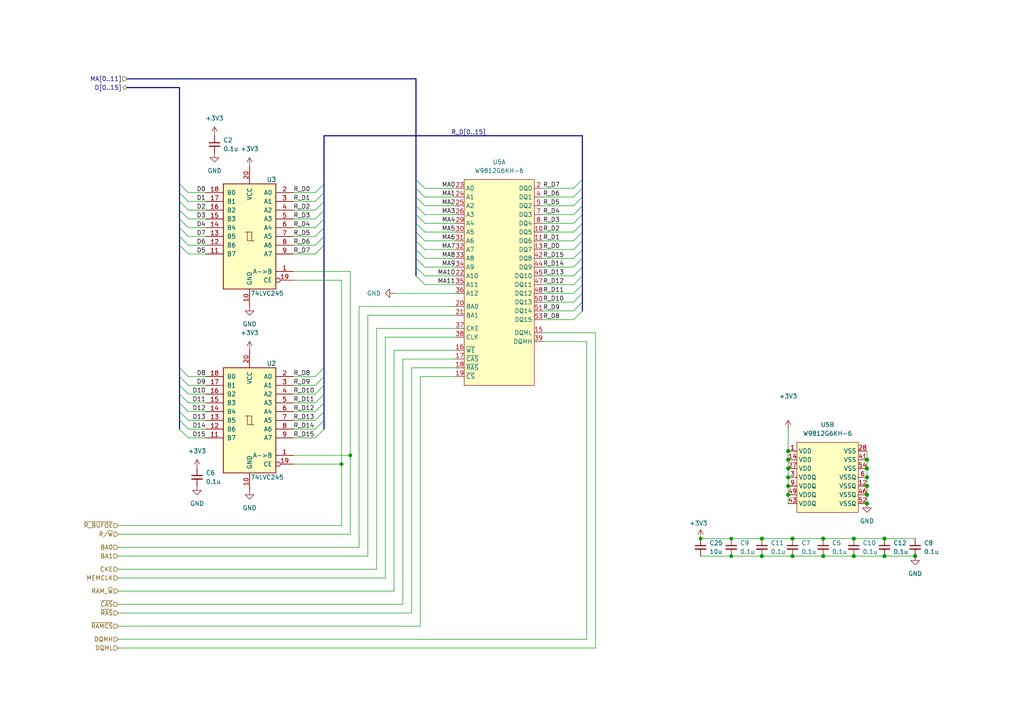
<source format=kicad_sch>
(kicad_sch (version 20231120) (generator "eeschema") (generator_version "8.0")
  (paper "A4")
  (lib_symbols
    (symbol "74xx:74HC245" (pin_names (offset 1.016))
      (property "Reference" "U" (at -7.62 16.51 0))
      (property "Value" "74HC245" (at -7.62 -16.51 0))
      (symbol "74HC245_1_0"
        (polyline (pts (xy -0.635 -1.27) (xy -0.635 1.27) (xy 0.635 1.27)))
        (polyline (pts (xy -1.27 -1.27) (xy 0.635 -1.27) (xy 0.635 1.27) (xy 1.27 1.27)))
        (pin input line (at -12.7 -10.16 0) (length 5.08) (name "A->B") (number "1"))
        (pin power_in line (at 0 -20.32 90) (length 5.08) (name "GND") (number "10"))
        (pin tri_state line (at 12.7 -5.08 180) (length 5.08) (name "B7") (number "11"))
        (pin tri_state line (at 12.7 -2.54 180) (length 5.08) (name "B6") (number "12"))
        (pin tri_state line (at 12.7 0 180) (length 5.08) (name "B5") (number "13"))
        (pin tri_state line (at 12.7 2.54 180) (length 5.08) (name "B4") (number "14"))
        (pin tri_state line (at 12.7 5.08 180) (length 5.08) (name "B3") (number "15"))
        (pin tri_state line (at 12.7 7.62 180) (length 5.08) (name "B2") (number "16"))
        (pin tri_state line (at 12.7 10.16 180) (length 5.08) (name "B1") (number "17"))
        (pin tri_state line (at 12.7 12.7 180) (length 5.08) (name "B0") (number "18"))
        (pin input inverted (at -12.7 -12.7 0) (length 5.08) (name "CE") (number "19"))
        (pin tri_state line (at -12.7 12.7 0) (length 5.08) (name "A0") (number "2"))
        (pin power_in line (at 0 20.32 270) (length 5.08) (name "VCC") (number "20"))
        (pin tri_state line (at -12.7 10.16 0) (length 5.08) (name "A1") (number "3"))
        (pin tri_state line (at -12.7 7.62 0) (length 5.08) (name "A2") (number "4"))
        (pin tri_state line (at -12.7 5.08 0) (length 5.08) (name "A3") (number "5"))
        (pin tri_state line (at -12.7 2.54 0) (length 5.08) (name "A4") (number "6"))
        (pin tri_state line (at -12.7 0 0) (length 5.08) (name "A5") (number "7"))
        (pin tri_state line (at -12.7 -2.54 0) (length 5.08) (name "A6") (number "8"))
        (pin tri_state line (at -12.7 -5.08 0) (length 5.08) (name "A7") (number "9"))
      )
      (symbol "74HC245_1_1"
        (rectangle (start -7.62 15.24) (end 7.62 -15.24) (stroke (width 0.254)) (fill (type background)))
      )
    )
    (symbol "Device:C_Small" (pin_numbers hide) (pin_names (offset 0.254) hide)
      (property "Reference" "C" (at 0.254 1.778 0))
      (property "Value" "C_Small" (at 0.254 -2.032 0))
      (symbol "C_Small_0_1"
        (polyline (pts (xy -1.524 -0.508) (xy 1.524 -0.508)) (stroke (width 0.3302)))
        (polyline (pts (xy -1.524 0.508) (xy 1.524 0.508)) (stroke (width 0.3048)))
      )
      (symbol "C_Small_1_1"
        (pin passive line (at 0 2.54 270) (length 2.032) (name "~") (number "1"))
        (pin passive line (at 0 -2.54 90) (length 2.032) (name "~") (number "2"))
      )
    )
    (symbol "MT48LC8M16A2P:MT48LC8M16A2P"
      (property "Reference" "U" (at -10.16 31.75 0))
      (property "Value" "MT48LC8M16A2P" (at 0 0 90))
      (symbol "MT48LC8M16A2P_1_1"
        (rectangle (start -10.16 30.48) (end 10.16 -29.21) (stroke (width 0.1524)) (fill (type background)))
        (pin bidirectional line (at 12.7 15.24 180) (length 2.54) (name "DQ5") (number "10"))
        (pin bidirectional line (at 12.7 12.7 180) (length 2.54) (name "DQ6") (number "11"))
        (pin bidirectional line (at 12.7 10.16 180) (length 2.54) (name "DQ7") (number "13"))
        (pin input line (at 12.7 -13.97 180) (length 2.54) (name "DQML") (number "15"))
        (pin input line (at -12.7 -19.05 0) (length 2.54) (name "~{WE}") (number "16"))
        (pin input line (at -12.7 -21.59 0) (length 2.54) (name "~{CAS}") (number "17"))
        (pin input line (at -12.7 -24.13 0) (length 2.54) (name "~{RAS}") (number "18"))
        (pin input line (at -12.7 -26.67 0) (length 2.54) (name "~{CS}") (number "19"))
        (pin bidirectional line (at 12.7 27.94 180) (length 2.54) (name "DQ0") (number "2"))
        (pin input line (at -12.7 -6.35 0) (length 2.54) (name "BA0") (number "20"))
        (pin input line (at -12.7 -8.89 0) (length 2.54) (name "BA1") (number "21"))
        (pin input line (at -12.7 2.54 0) (length 2.54) (name "A10") (number "22"))
        (pin input line (at -12.7 27.94 0) (length 2.54) (name "A0") (number "23"))
        (pin input line (at -12.7 25.4 0) (length 2.54) (name "A1") (number "24"))
        (pin input line (at -12.7 22.86 0) (length 2.54) (name "A2") (number "25"))
        (pin input line (at -12.7 20.32 0) (length 2.54) (name "A3") (number "26"))
        (pin input line (at -12.7 17.78 0) (length 2.54) (name "A4") (number "29"))
        (pin input line (at -12.7 15.24 0) (length 2.54) (name "A5") (number "30"))
        (pin input line (at -12.7 12.7 0) (length 2.54) (name "A6") (number "31"))
        (pin input line (at -12.7 10.16 0) (length 2.54) (name "A7") (number "32"))
        (pin input line (at -12.7 7.62 0) (length 2.54) (name "A8") (number "33"))
        (pin input line (at -12.7 5.08 0) (length 2.54) (name "A9") (number "34"))
        (pin input line (at -12.7 0 0) (length 2.54) (name "A11") (number "35"))
        (pin input line (at -12.7 -2.54 0) (length 2.54) (name "A12") (number "36"))
        (pin input line (at -12.7 -12.7 0) (length 2.54) (name "CKE") (number "37"))
        (pin input line (at -12.7 -15.24 0) (length 2.54) (name "CLK") (number "38"))
        (pin input line (at 12.7 -16.51 180) (length 2.54) (name "DQMH") (number "39"))
        (pin bidirectional line (at 12.7 25.4 180) (length 2.54) (name "DQ1") (number "4"))
        (pin no_connect line (at 12.7 -26.67 180) (length 2.54) hide (name "NC") (number "40"))
        (pin bidirectional line (at 12.7 7.62 180) (length 2.54) (name "DQ8") (number "42"))
        (pin bidirectional line (at 12.7 5.08 180) (length 2.54) (name "DQ9") (number "44"))
        (pin bidirectional line (at 12.7 2.54 180) (length 2.54) (name "DQ10") (number "45"))
        (pin bidirectional line (at 12.7 0 180) (length 2.54) (name "DQ11") (number "47"))
        (pin bidirectional line (at 12.7 -2.54 180) (length 2.54) (name "DQ12") (number "48"))
        (pin bidirectional line (at 12.7 22.86 180) (length 2.54) (name "DQ2") (number "5"))
        (pin bidirectional line (at 12.7 -5.08 180) (length 2.54) (name "DQ13") (number "50"))
        (pin bidirectional line (at 12.7 -7.62 180) (length 2.54) (name "DQ14") (number "51"))
        (pin bidirectional line (at 12.7 -10.16 180) (length 2.54) (name "DQ15") (number "53"))
        (pin bidirectional line (at 12.7 20.32 180) (length 2.54) (name "DQ3") (number "7"))
        (pin bidirectional line (at 12.7 17.78 180) (length 2.54) (name "DQ4") (number "8"))
      )
      (symbol "MT48LC8M16A2P_2_1"
        (rectangle (start -8.89 10.16) (end 8.89 -10.16) (stroke (width 0.1524)) (fill (type background)))
        (pin power_in line (at -11.43 7.62 0) (length 2.54) (name "VDD") (number "1"))
        (pin power_in line (at 11.43 -2.54 180) (length 2.54) (name "VSSQ") (number "12"))
        (pin power_in line (at -11.43 5.08 0) (length 2.54) (name "VDD") (number "14"))
        (pin power_in line (at -11.43 2.54 0) (length 2.54) (name "VDD") (number "27"))
        (pin power_in line (at 11.43 7.62 180) (length 2.54) (name "VSS") (number "28"))
        (pin power_in line (at -11.43 0 0) (length 2.54) (name "VDDQ") (number "3"))
        (pin power_in line (at 11.43 5.08 180) (length 2.54) (name "VSS") (number "41"))
        (pin power_in line (at -11.43 -7.62 0) (length 2.54) (name "VDDQ") (number "43"))
        (pin power_in line (at 11.43 -5.08 180) (length 2.54) (name "VSSQ") (number "46"))
        (pin power_in line (at -11.43 -5.08 0) (length 2.54) (name "VDDQ") (number "49"))
        (pin power_in line (at 11.43 -7.62 180) (length 2.54) (name "VSSQ") (number "52"))
        (pin power_in line (at 11.43 2.54 180) (length 2.54) (name "VSS") (number "54"))
        (pin power_in line (at 11.43 0 180) (length 2.54) (name "VSSQ") (number "6"))
        (pin power_in line (at -11.43 -2.54 0) (length 2.54) (name "VDDQ") (number "9"))
      )
    )
    (symbol "power:+3.3V" (power) (pin_names (offset 0))
      (property "Value" "+3.3V" (at 0 3.556 0))
      (symbol "+3.3V_0_1"
        (polyline (pts (xy -0.762 1.27) (xy 0 2.54)))
        (polyline (pts (xy 0 0) (xy 0 2.54)))
        (polyline (pts (xy 0 2.54) (xy 0.762 1.27)))
      )
      (symbol "+3.3V_1_1"
        (pin power_in line (at 0 0 90) (length 0) hide (name "+3V3") (number "1"))
      )
    )
    (symbol "power:GND" (power) (pin_names (offset 0))
      (property "Value" "GND" (at 0 -3.81 0))
      (symbol "GND_0_1"
        (polyline (pts (xy 0 0) (xy 0 -1.27) (xy 1.27 -1.27) (xy 0 -2.54) (xy -1.27 -1.27) (xy 0 -1.27)))
      )
      (symbol "GND_1_1"
        (pin power_in line (at 0 0 270) (length 0) hide (name "GND") (number "1"))
      )
    )
  )
  (junction (at 228.6 140.97) (diameter 1.016))
  (junction (at 220.98 161.29) (diameter 1.016))
  (junction (at 228.6 130.81) (diameter 1.016))
  (junction (at 228.6 133.35) (diameter 1.016))
  (junction (at 238.76 156.21) (diameter 1.016))
  (junction (at 220.98 156.21) (diameter 1.016))
  (junction (at 228.6 135.89) (diameter 1.016))
  (junction (at 251.46 135.89) (diameter 1.016))
  (junction (at 101.6 132.08))
  (junction (at 229.87 156.21) (diameter 1.016))
  (junction (at 99.06 134.62))
  (junction (at 238.76 161.29) (diameter 1.016))
  (junction (at 251.46 143.51) (diameter 1.016))
  (junction (at 247.65 161.29) (diameter 1.016))
  (junction (at 228.6 143.51) (diameter 1.016))
  (junction (at 212.09 156.21))
  (junction (at 212.09 161.29))
  (junction (at 251.46 133.35) (diameter 1.016))
  (junction (at 251.46 138.43) (diameter 1.016))
  (junction (at 203.2 156.21))
  (junction (at 251.46 146.05) (diameter 1.016))
  (junction (at 228.6 138.43) (diameter 1.016))
  (junction (at 229.87 161.29) (diameter 1.016))
  (junction (at 256.54 161.29) (diameter 1.016))
  (junction (at 265.43 161.29) (diameter 1.016))
  (junction (at 251.46 140.97) (diameter 1.016))
  (junction (at 247.65 156.21) (diameter 1.016))
  (junction (at 256.54 156.21) (diameter 1.016))
  (bus_entry (at 52.07 119.38) (size 2.54 2.54))
  (bus_entry (at 93.98 106.68) (size -2.54 2.54))
  (bus_entry (at 168.91 69.85) (size -2.54 2.54))
  (bus_entry (at 52.07 111.76) (size 2.54 2.54))
  (bus_entry (at 168.91 80.01) (size -2.54 2.54))
  (bus_entry (at 52.07 71.12) (size 2.54 2.54))
  (bus_entry (at 168.91 87.63) (size -2.54 2.54))
  (bus_entry (at 120.65 64.77) (size 2.54 2.54))
  (bus_entry (at 168.91 72.39) (size -2.54 2.54))
  (bus_entry (at 52.07 121.92) (size 2.54 2.54))
  (bus_entry (at 168.91 57.15) (size -2.54 2.54))
  (bus_entry (at 168.91 52.07) (size -2.54 2.54))
  (bus_entry (at 93.98 119.38) (size -2.54 2.54))
  (bus_entry (at 120.65 77.47) (size 2.54 2.54))
  (bus_entry (at 120.65 74.93) (size 2.54 2.54))
  (bus_entry (at 168.91 90.17) (size -2.54 2.54))
  (bus_entry (at 93.98 124.46) (size -2.54 2.54))
  (bus_entry (at 93.98 66.04) (size -2.54 2.54))
  (bus_entry (at 93.98 71.12) (size -2.54 2.54))
  (bus_entry (at 120.65 69.85) (size 2.54 2.54))
  (bus_entry (at 52.07 66.04) (size 2.54 2.54))
  (bus_entry (at 168.91 82.55) (size -2.54 2.54))
  (bus_entry (at 120.65 57.15) (size 2.54 2.54))
  (bus_entry (at 93.98 121.92) (size -2.54 2.54))
  (bus_entry (at 93.98 55.88) (size -2.54 2.54))
  (bus_entry (at 120.65 67.31) (size 2.54 2.54))
  (bus_entry (at 168.91 64.77) (size -2.54 2.54))
  (bus_entry (at 120.65 62.23) (size 2.54 2.54))
  (bus_entry (at 52.07 63.5) (size 2.54 2.54))
  (bus_entry (at 120.65 59.69) (size 2.54 2.54))
  (bus_entry (at 93.98 109.22) (size -2.54 2.54))
  (bus_entry (at 168.91 62.23) (size -2.54 2.54))
  (bus_entry (at 120.65 80.01) (size 2.54 2.54))
  (bus_entry (at 93.98 63.5) (size -2.54 2.54))
  (bus_entry (at 52.07 109.22) (size 2.54 2.54))
  (bus_entry (at 52.07 55.88) (size 2.54 2.54))
  (bus_entry (at 52.07 114.3) (size 2.54 2.54))
  (bus_entry (at 93.98 114.3) (size -2.54 2.54))
  (bus_entry (at 93.98 58.42) (size -2.54 2.54))
  (bus_entry (at 52.07 53.34) (size 2.54 2.54))
  (bus_entry (at 52.07 106.68) (size 2.54 2.54))
  (bus_entry (at 168.91 74.93) (size -2.54 2.54))
  (bus_entry (at 168.91 54.61) (size -2.54 2.54))
  (bus_entry (at 120.65 72.39) (size 2.54 2.54))
  (bus_entry (at 168.91 67.31) (size -2.54 2.54))
  (bus_entry (at 168.91 85.09) (size -2.54 2.54))
  (bus_entry (at 168.91 59.69) (size -2.54 2.54))
  (bus_entry (at 52.07 58.42) (size 2.54 2.54))
  (bus_entry (at 93.98 116.84) (size -2.54 2.54))
  (bus_entry (at 52.07 116.84) (size 2.54 2.54))
  (bus_entry (at 168.91 77.47) (size -2.54 2.54))
  (bus_entry (at 93.98 53.34) (size -2.54 2.54))
  (bus_entry (at 93.98 60.96) (size -2.54 2.54))
  (bus_entry (at 93.98 68.58) (size -2.54 2.54))
  (bus_entry (at 93.98 111.76) (size -2.54 2.54))
  (bus_entry (at 120.65 54.61) (size 2.54 2.54))
  (bus_entry (at 52.07 60.96) (size 2.54 2.54))
  (bus_entry (at 120.65 52.07) (size 2.54 2.54))
  (bus_entry (at 52.07 124.46) (size 2.54 2.54))
  (bus_entry (at 52.07 68.58) (size 2.54 2.54))
  (bus (pts (xy 168.91 69.85) (xy 168.91 67.31)))
  (wire (pts (xy 228.6 124.46) (xy 228.6 130.81)))
  (wire (pts (xy 85.09 111.76) (xy 91.44 111.76)))
  (bus (pts (xy 93.98 55.88) (xy 93.98 58.42)))
  (wire (pts (xy 121.92 181.61) (xy 121.92 109.22)))
  (wire (pts (xy 157.48 64.77) (xy 166.37 64.77)))
  (wire (pts (xy 132.08 88.9) (xy 104.14 88.9)))
  (bus (pts (xy 168.91 85.09) (xy 168.91 82.55)))
  (wire (pts (xy 157.48 54.61) (xy 166.37 54.61)))
  (wire (pts (xy 114.3 85.09) (xy 132.08 85.09)))
  (bus (pts (xy 120.65 67.31) (xy 120.65 69.85)))
  (wire (pts (xy 85.09 58.42) (xy 91.44 58.42)))
  (wire (pts (xy 203.2 161.29) (xy 212.09 161.29)))
  (bus (pts (xy 52.07 106.68) (xy 52.07 71.12)))
  (bus (pts (xy 168.91 64.77) (xy 168.91 62.23)))
  (wire (pts (xy 229.87 161.29) (xy 238.76 161.29)))
  (bus (pts (xy 52.07 124.46) (xy 52.07 121.92)))
  (bus (pts (xy 168.91 52.07) (xy 168.91 54.61)))
  (wire (pts (xy 34.29 152.4) (xy 99.06 152.4)))
  (wire (pts (xy 251.46 130.81) (xy 251.46 133.35)))
  (wire (pts (xy 54.61 71.12) (xy 59.69 71.12)))
  (wire (pts (xy 116.84 175.26) (xy 116.84 104.14)))
  (wire (pts (xy 157.48 67.31) (xy 166.37 67.31)))
  (wire (pts (xy 101.6 132.08) (xy 101.6 154.94)))
  (bus (pts (xy 93.98 106.68) (xy 93.98 109.22)))
  (wire (pts (xy 228.6 135.89) (xy 228.6 138.43)))
  (wire (pts (xy 228.6 130.81) (xy 228.6 133.35)))
  (wire (pts (xy 157.48 92.71) (xy 166.37 92.71)))
  (bus (pts (xy 93.98 58.42) (xy 93.98 60.96)))
  (wire (pts (xy 247.65 161.29) (xy 256.54 161.29)))
  (wire (pts (xy 228.6 140.97) (xy 228.6 143.51)))
  (bus (pts (xy 168.91 62.23) (xy 168.91 59.69)))
  (wire (pts (xy 157.48 80.01) (xy 166.37 80.01)))
  (wire (pts (xy 251.46 140.97) (xy 251.46 143.51)))
  (bus (pts (xy 120.65 52.07) (xy 120.65 54.61)))
  (wire (pts (xy 85.09 109.22) (xy 91.44 109.22)))
  (bus (pts (xy 168.91 82.55) (xy 168.91 80.01)))
  (wire (pts (xy 132.08 69.85) (xy 123.19 69.85)))
  (wire (pts (xy 85.09 73.66) (xy 91.44 73.66)))
  (wire (pts (xy 99.06 134.62) (xy 85.09 134.62)))
  (bus (pts (xy 52.07 66.04) (xy 52.07 63.5)))
  (wire (pts (xy 54.61 127) (xy 59.69 127)))
  (wire (pts (xy 54.61 121.92) (xy 59.69 121.92)))
  (bus (pts (xy 93.98 121.92) (xy 93.98 124.46)))
  (wire (pts (xy 132.08 101.6) (xy 114.3 101.6)))
  (wire (pts (xy 101.6 78.74) (xy 101.6 132.08)))
  (wire (pts (xy 157.48 72.39) (xy 166.37 72.39)))
  (wire (pts (xy 247.65 156.21) (xy 256.54 156.21)))
  (wire (pts (xy 132.08 91.44) (xy 106.68 91.44)))
  (wire (pts (xy 54.61 68.58) (xy 59.69 68.58)))
  (bus (pts (xy 120.65 64.77) (xy 120.65 67.31)))
  (wire (pts (xy 85.09 71.12) (xy 91.44 71.12)))
  (bus (pts (xy 52.07 121.92) (xy 52.07 119.38)))
  (wire (pts (xy 116.84 104.14) (xy 132.08 104.14)))
  (wire (pts (xy 238.76 161.29) (xy 247.65 161.29)))
  (bus (pts (xy 52.07 68.58) (xy 52.07 66.04)))
  (bus (pts (xy 120.65 62.23) (xy 120.65 64.77)))
  (wire (pts (xy 34.29 175.26) (xy 116.84 175.26)))
  (wire (pts (xy 85.09 68.58) (xy 91.44 68.58)))
  (wire (pts (xy 85.09 60.96) (xy 91.44 60.96)))
  (bus (pts (xy 93.98 119.38) (xy 93.98 121.92)))
  (wire (pts (xy 251.46 138.43) (xy 251.46 140.97)))
  (wire (pts (xy 170.18 185.42) (xy 170.18 99.06)))
  (wire (pts (xy 54.61 66.04) (xy 59.69 66.04)))
  (wire (pts (xy 101.6 154.94) (xy 34.29 154.94)))
  (wire (pts (xy 170.18 99.06) (xy 157.48 99.06)))
  (wire (pts (xy 114.3 101.6) (xy 114.3 171.45)))
  (wire (pts (xy 111.76 97.79) (xy 111.76 167.64)))
  (bus (pts (xy 168.91 57.15) (xy 168.91 54.61)))
  (wire (pts (xy 132.08 64.77) (xy 123.19 64.77)))
  (wire (pts (xy 172.72 96.52) (xy 172.72 187.96)))
  (bus (pts (xy 168.91 77.47) (xy 168.91 74.93)))
  (bus (pts (xy 120.65 69.85) (xy 120.65 72.39)))
  (bus (pts (xy 36.83 22.86) (xy 120.65 22.86)))
  (wire (pts (xy 54.61 73.66) (xy 59.69 73.66)))
  (bus (pts (xy 93.98 39.37) (xy 93.98 53.34)))
  (wire (pts (xy 54.61 111.76) (xy 59.69 111.76)))
  (wire (pts (xy 121.92 109.22) (xy 132.08 109.22)))
  (bus (pts (xy 120.65 74.93) (xy 120.65 77.47)))
  (wire (pts (xy 85.09 121.92) (xy 91.44 121.92)))
  (wire (pts (xy 85.09 66.04) (xy 91.44 66.04)))
  (wire (pts (xy 132.08 57.15) (xy 123.19 57.15)))
  (bus (pts (xy 120.65 77.47) (xy 120.65 80.01)))
  (bus (pts (xy 52.07 111.76) (xy 52.07 109.22)))
  (wire (pts (xy 106.68 161.29) (xy 34.29 161.29)))
  (bus (pts (xy 93.98 53.34) (xy 93.98 55.88)))
  (wire (pts (xy 132.08 54.61) (xy 123.19 54.61)))
  (wire (pts (xy 132.08 80.01) (xy 123.19 80.01)))
  (bus (pts (xy 52.07 63.5) (xy 52.07 60.96)))
  (wire (pts (xy 114.3 171.45) (xy 34.29 171.45)))
  (bus (pts (xy 52.07 58.42) (xy 52.07 55.88)))
  (wire (pts (xy 220.98 161.29) (xy 229.87 161.29)))
  (wire (pts (xy 54.61 58.42) (xy 59.69 58.42)))
  (wire (pts (xy 85.09 119.38) (xy 91.44 119.38)))
  (wire (pts (xy 157.48 57.15) (xy 166.37 57.15)))
  (bus (pts (xy 168.91 80.01) (xy 168.91 77.47)))
  (wire (pts (xy 54.61 116.84) (xy 59.69 116.84)))
  (wire (pts (xy 85.09 124.46) (xy 91.44 124.46)))
  (wire (pts (xy 132.08 82.55) (xy 123.19 82.55)))
  (wire (pts (xy 132.08 62.23) (xy 123.19 62.23)))
  (wire (pts (xy 54.61 109.22) (xy 59.69 109.22)))
  (bus (pts (xy 93.98 66.04) (xy 93.98 68.58)))
  (bus (pts (xy 52.07 114.3) (xy 52.07 111.76)))
  (wire (pts (xy 109.22 95.25) (xy 109.22 165.1)))
  (wire (pts (xy 54.61 114.3) (xy 59.69 114.3)))
  (wire (pts (xy 172.72 96.52) (xy 157.48 96.52)))
  (wire (pts (xy 132.08 97.79) (xy 111.76 97.79)))
  (wire (pts (xy 101.6 132.08) (xy 85.09 132.08)))
  (wire (pts (xy 85.09 78.74) (xy 101.6 78.74)))
  (wire (pts (xy 229.87 156.21) (xy 238.76 156.21)))
  (bus (pts (xy 120.65 57.15) (xy 120.65 59.69)))
  (bus (pts (xy 52.07 119.38) (xy 52.07 116.84)))
  (wire (pts (xy 109.22 165.1) (xy 34.29 165.1)))
  (wire (pts (xy 85.09 55.88) (xy 91.44 55.88)))
  (wire (pts (xy 157.48 62.23) (xy 166.37 62.23)))
  (wire (pts (xy 104.14 158.75) (xy 34.29 158.75)))
  (wire (pts (xy 85.09 63.5) (xy 91.44 63.5)))
  (wire (pts (xy 157.48 90.17) (xy 166.37 90.17)))
  (wire (pts (xy 157.48 59.69) (xy 166.37 59.69)))
  (bus (pts (xy 93.98 109.22) (xy 93.98 111.76)))
  (bus (pts (xy 120.65 22.86) (xy 120.65 52.07)))
  (wire (pts (xy 220.98 156.21) (xy 229.87 156.21)))
  (bus (pts (xy 52.07 53.34) (xy 52.07 25.4)))
  (bus (pts (xy 120.65 54.61) (xy 120.65 57.15)))
  (wire (pts (xy 85.09 116.84) (xy 91.44 116.84)))
  (wire (pts (xy 104.14 88.9) (xy 104.14 158.75)))
  (bus (pts (xy 36.83 25.4) (xy 52.07 25.4)))
  (bus (pts (xy 52.07 109.22) (xy 52.07 106.68)))
  (bus (pts (xy 168.91 74.93) (xy 168.91 72.39)))
  (bus (pts (xy 168.91 87.63) (xy 168.91 85.09)))
  (wire (pts (xy 157.48 74.93) (xy 166.37 74.93)))
  (wire (pts (xy 212.09 156.21) (xy 220.98 156.21)))
  (wire (pts (xy 228.6 138.43) (xy 228.6 140.97)))
  (wire (pts (xy 228.6 143.51) (xy 228.6 146.05)))
  (wire (pts (xy 251.46 143.51) (xy 251.46 146.05)))
  (wire (pts (xy 256.54 156.21) (xy 265.43 156.21)))
  (wire (pts (xy 34.29 181.61) (xy 121.92 181.61)))
  (wire (pts (xy 111.76 167.64) (xy 34.29 167.64)))
  (bus (pts (xy 168.91 59.69) (xy 168.91 57.15)))
  (wire (pts (xy 256.54 161.29) (xy 265.43 161.29)))
  (wire (pts (xy 119.38 177.8) (xy 34.29 177.8)))
  (wire (pts (xy 119.38 106.68) (xy 119.38 177.8)))
  (bus (pts (xy 52.07 71.12) (xy 52.07 68.58)))
  (bus (pts (xy 52.07 60.96) (xy 52.07 58.42)))
  (wire (pts (xy 34.29 185.42) (xy 170.18 185.42)))
  (bus (pts (xy 93.98 63.5) (xy 93.98 66.04)))
  (wire (pts (xy 157.48 77.47) (xy 166.37 77.47)))
  (wire (pts (xy 251.46 135.89) (xy 251.46 138.43)))
  (bus (pts (xy 168.91 72.39) (xy 168.91 69.85)))
  (wire (pts (xy 132.08 74.93) (xy 123.19 74.93)))
  (wire (pts (xy 132.08 77.47) (xy 123.19 77.47)))
  (wire (pts (xy 157.48 69.85) (xy 166.37 69.85)))
  (wire (pts (xy 251.46 133.35) (xy 251.46 135.89)))
  (bus (pts (xy 52.07 55.88) (xy 52.07 53.34)))
  (wire (pts (xy 228.6 133.35) (xy 228.6 135.89)))
  (bus (pts (xy 168.91 67.31) (xy 168.91 64.77)))
  (bus (pts (xy 120.65 72.39) (xy 120.65 74.93)))
  (wire (pts (xy 54.61 124.46) (xy 59.69 124.46)))
  (wire (pts (xy 132.08 106.68) (xy 119.38 106.68)))
  (wire (pts (xy 212.09 161.29) (xy 220.98 161.29)))
  (wire (pts (xy 99.06 152.4) (xy 99.06 134.62)))
  (wire (pts (xy 238.76 156.21) (xy 247.65 156.21)))
  (wire (pts (xy 157.48 87.63) (xy 166.37 87.63)))
  (wire (pts (xy 54.61 60.96) (xy 59.69 60.96)))
  (wire (pts (xy 85.09 127) (xy 91.44 127)))
  (wire (pts (xy 54.61 63.5) (xy 59.69 63.5)))
  (wire (pts (xy 54.61 55.88) (xy 59.69 55.88)))
  (wire (pts (xy 99.06 134.62) (xy 99.06 81.28)))
  (bus (pts (xy 93.98 60.96) (xy 93.98 63.5)))
  (wire (pts (xy 132.08 59.69) (xy 123.19 59.69)))
  (wire (pts (xy 203.2 156.21) (xy 212.09 156.21)))
  (bus (pts (xy 93.98 116.84) (xy 93.98 119.38)))
  (wire (pts (xy 34.29 187.96) (xy 172.72 187.96)))
  (bus (pts (xy 93.98 68.58) (xy 93.98 71.12)))
  (bus (pts (xy 168.91 90.17) (xy 168.91 87.63)))
  (bus (pts (xy 93.98 71.12) (xy 93.98 106.68)))
  (bus (pts (xy 52.07 116.84) (xy 52.07 114.3)))
  (wire (pts (xy 54.61 119.38) (xy 59.69 119.38)))
  (wire (pts (xy 132.08 95.25) (xy 109.22 95.25)))
  (wire (pts (xy 132.08 67.31) (xy 123.19 67.31)))
  (bus (pts (xy 93.98 111.76) (xy 93.98 114.3)))
  (bus (pts (xy 168.91 39.37) (xy 93.98 39.37)))
  (wire (pts (xy 132.08 72.39) (xy 123.19 72.39)))
  (wire (pts (xy 106.68 91.44) (xy 106.68 161.29)))
  (bus (pts (xy 93.98 114.3) (xy 93.98 116.84)))
  (wire (pts (xy 157.48 82.55) (xy 166.37 82.55)))
  (wire (pts (xy 85.09 114.3) (xy 91.44 114.3)))
  (bus (pts (xy 120.65 59.69) (xy 120.65 62.23)))
  (wire (pts (xy 99.06 81.28) (xy 85.09 81.28)))
  (wire (pts (xy 157.48 85.09) (xy 166.37 85.09)))
  (bus (pts (xy 168.91 39.37) (xy 168.91 52.07)))
  (label "R_D9" (at 157.48 90.17 0))
  (label "MA4" (at 132.08 64.77 180))
  (label "MA7" (at 132.08 72.39 180))
  (label "D8" (at 59.69 109.22 180))
  (label "R_D5" (at 85.09 68.58 0))
  (label "R_D2" (at 157.48 67.31 0))
  (label "D13" (at 59.69 121.92 180))
  (label "R_D3" (at 157.48 64.77 0))
  (label "D5" (at 59.69 73.66 180))
  (label "R_D6" (at 85.09 71.12 0))
  (label "R_D5" (at 157.48 59.69 0))
  (label "R_D4" (at 157.48 62.23 0))
  (label "R_D0" (at 157.48 72.39 0))
  (label "D12" (at 59.69 119.38 180))
  (label "D0" (at 59.69 55.88 180))
  (label "D2" (at 59.69 60.96 180))
  (label "R_D12" (at 85.09 119.38 0))
  (label "D14" (at 59.69 124.46 180))
  (label "MA10" (at 132.08 80.01 180))
  (label "R_D11" (at 157.48 85.09 0))
  (label "D15" (at 59.69 127 180))
  (label "R_D1" (at 157.48 69.85 0))
  (label "R_D13" (at 157.48 80.01 0))
  (label "R_D10" (at 157.48 87.63 0))
  (label "R_D7" (at 85.09 73.66 0))
  (label "R_D13" (at 85.09 121.92 0))
  (label "R_D8" (at 157.48 92.71 0))
  (label "D10" (at 59.69 114.3 180))
  (label "D11" (at 59.69 116.84 180))
  (label "D9" (at 59.69 111.76 180))
  (label "R_D7" (at 157.48 54.61 0))
  (label "R_D10" (at 85.09 114.3 0))
  (label "R_D[0..15]" (at 130.81 39.37 0))
  (label "R_D14" (at 157.48 77.47 0))
  (label "MA9" (at 132.08 77.47 180))
  (label "R_D15" (at 157.48 74.93 0))
  (label "R_D12" (at 157.48 82.55 0))
  (label "R_D4" (at 85.09 66.04 0))
  (label "MA1" (at 132.08 57.15 180))
  (label "D1" (at 59.69 58.42 180))
  (label "R_D15" (at 85.09 127 0))
  (label "MA6" (at 132.08 69.85 180))
  (label "MA5" (at 132.08 67.31 180))
  (label "MA8" (at 132.08 74.93 180))
  (label "R_D0" (at 85.09 55.88 0))
  (label "R_D2" (at 85.09 60.96 0))
  (label "D3" (at 59.69 63.5 180))
  (label "R_D9" (at 85.09 111.76 0))
  (label "R_D11" (at 85.09 116.84 0))
  (label "MA0" (at 132.08 54.61 180))
  (label "D7" (at 59.69 68.58 180))
  (label "R_D8" (at 85.09 109.22 0))
  (label "R_D3" (at 85.09 63.5 0))
  (label "MA3" (at 132.08 62.23 180))
  (label "D6" (at 59.69 71.12 180))
  (label "R_D6" (at 157.48 57.15 0))
  (label "R_D1" (at 85.09 58.42 0))
  (label "MA2" (at 132.08 59.69 180))
  (label "R_D14" (at 85.09 124.46 0))
  (label "MA11" (at 132.08 82.55 180))
  (label "D4" (at 59.69 66.04 180))
  (hierarchical_label "~{RAS}" (shape input) (at 34.29 177.8 180))
  (hierarchical_label "~{CAS}" (shape input) (at 34.29 175.26 180))
  (hierarchical_label "D[0..15]" (shape bidirectional) (at 36.83 25.4 180))
  (hierarchical_label "BA1" (shape input) (at 34.29 161.29 180))
  (hierarchical_label "MEMCLK" (shape input) (at 34.29 167.64 180))
  (hierarchical_label "RAM_~{W}" (shape input) (at 34.29 171.45 180))
  (hierarchical_label "MA[0..11]" (shape input) (at 36.83 22.86 180))
  (hierarchical_label "~{R_BUFOE}" (shape input) (at 34.29 152.4 180))
  (hierarchical_label "R{slash}~{W}" (shape input) (at 34.29 154.94 180))
  (hierarchical_label "~{RAMCS}" (shape input) (at 34.29 181.61 180))
  (hierarchical_label "CKE" (shape input) (at 34.29 165.1 180))
  (hierarchical_label "DQMH" (shape input) (at 34.29 185.42 180))
  (hierarchical_label "BA0" (shape input) (at 34.29 158.75 180))
  (hierarchical_label "DQML" (shape input) (at 34.29 187.96 180))
  (symbol (lib_id "power:GND") (at 72.39 88.9 0) (unit 1)
    (property "Reference" "#PWR013" (effects (hide yes)))
    (property "Value" "GND" (at 72.39 93.98 0))
  )
  (symbol (lib_id "power:+3.3V") (at 72.39 48.26 0) (unit 1)
    (property "Reference" "#PWR012" (effects (hide yes)))
    (property "Value" "+3V3" (at 72.39 43.18 0))
  )
  (symbol (lib_id "power:GND") (at 265.43 161.29 0) (unit 1)
    (property "Reference" "#PWR024" (effects (hide yes)))
    (property "Value" "GND" (at 265.43 166.37 0))
  )
  (symbol (lib_id "power:GND") (at 251.46 146.05 0) (unit 1)
    (property "Reference" "#PWR023" (effects (hide yes)))
    (property "Value" "GND" (at 251.46 151.13 0))
  )
  (symbol (lib_id "Device:C_Small") (at 265.43 158.75 0) (unit 1)
    (property "Reference" "C8" (at 267.97 157.4862 0) (effects (justify left)))
    (property "Value" "0.1u" (at 267.97 160.0262 0) (effects (justify left)))
    (property "Footprint" "Capacitor_SMD:C_0603_1608Metric" (effects (hide yes)))
    (property "LCSC #" "C14663" (effects (hide yes)))
    (property "Mouser #" "80-C603C104K5RAC3121" (effects (hide yes)))
  )
  (symbol (lib_id "power:GND") (at 57.15 140.97 0) (unit 1)
    (property "Reference" "#PWR063" (effects (hide yes)))
    (property "Value" "GND" (at 57.15 146.05 0))
  )
  (symbol (lib_id "power:+3.3V") (at 203.2 156.21 0) (unit 1)
    (property "Reference" "#PWR020" (effects (hide yes)))
    (property "Value" "+3V3" (at 202.565 151.765 0))
  )
  (symbol (lib_id "Device:C_Small") (at 57.15 138.43 0) (unit 1)
    (property "Reference" "C6" (at 59.69 137.1599 0) (effects (justify left)))
    (property "Value" "0.1u" (at 59.69 139.6999 0) (effects (justify left)))
    (property "Footprint" "Capacitor_SMD:C_0603_1608Metric" (effects (hide yes)))
    (property "LCSC #" "C14663" (effects (hide yes)))
    (property "Mouser #" "80-C603C104K5RAC3121" (effects (hide yes)))
  )
  (symbol (lib_id "Device:C_Small") (at 238.76 158.75 0) (unit 1)
    (property "Reference" "C5" (at 241.3 157.4862 0) (effects (justify left)))
    (property "Value" "0.1u" (at 241.3 160.0262 0) (effects (justify left)))
    (property "Footprint" "Capacitor_SMD:C_0603_1608Metric" (effects (hide yes)))
    (property "LCSC #" "C14663" (effects (hide yes)))
    (property "Mouser #" "80-C603C104K5RAC3121" (effects (hide yes)))
  )
  (symbol (lib_id "Device:C_Small") (at 247.65 158.75 0) (unit 1)
    (property "Reference" "C10" (at 250.19 157.4862 0) (effects (justify left)))
    (property "Value" "0.1u" (at 250.19 160.0262 0) (effects (justify left)))
    (property "Footprint" "Capacitor_SMD:C_0603_1608Metric" (effects (hide yes)))
    (property "LCSC #" "C14663" (effects (hide yes)))
    (property "Mouser #" "80-C603C104K5RAC3121" (effects (hide yes)))
  )
  (symbol (lib_id "Device:C_Small") (at 203.2 158.75 0) (unit 1)
    (property "Reference" "C25" (at 205.74 157.4862 0) (effects (justify left)))
    (property "Value" "10u" (at 205.74 160.0262 0) (effects (justify left)))
    (property "Footprint" "Capacitor_SMD:C_0805_2012Metric_Pad1.18x1.45mm_HandSolder" (effects (hide yes)))
    (property "LCSC #" "C15850" (effects (hide yes)))
    (property "Mouser #" "187-CL21A106KQFNNWE" (effects (hide yes)))
  )
  (symbol (lib_id "Device:C_Small") (at 212.09 158.75 0) (unit 1)
    (property "Reference" "C9" (at 214.63 157.4862 0) (effects (justify left)))
    (property "Value" "0.1u" (at 214.63 160.0262 0) (effects (justify left)))
    (property "Footprint" "Capacitor_SMD:C_0603_1608Metric" (effects (hide yes)))
    (property "LCSC #" "C14663" (effects (hide yes)))
    (property "Mouser #" "80-C603C104K5RAC3121" (effects (hide yes)))
  )
  (symbol (lib_id "MT48LC8M16A2P:MT48LC8M16A2P") (at 240.03 138.43 0) (unit 2)
    (property "Reference" "U5" (at 240.03 123.19 0))
    (property "Value" "W9812G6KH-6" (at 240.03 125.73 0))
    (property "Footprint" "Package_SO:TSOP-II-54_22.2x10.16mm_P0.8mm" (effects (hide yes)))
    (property "Datasheet" "https://www.mouser.com/datasheet/2/949/w9812g6kh_a05_20170222-1489666.pdf" (effects (hide yes)))
    (property "LCSC #" "C62379" (effects (hide yes)))
    (property "Mouser #" "454-W9812G6KH-6" (effects (hide yes)))
  )
  (symbol (lib_id "74xx:74HC245") (at 72.39 121.92 0) (mirror y) (unit 1)
    (property "Reference" "U2" (at 78.74 105.41 0))
    (property "Value" "74LVC245" (at 77.47 138.43 0))
    (property "Footprint" "Package_SO:TSSOP-20_4.4x6.5mm_P0.65mm" (effects (hide yes)))
    (property "Datasheet" "http://www.ti.com/lit/gpn/sn74HC245" (effects (hide yes)))
    (property "LCSC #" "C7848" (effects (hide yes)))
    (property "Mouser #" "595-SN74LVC245APWR" (effects (hide yes)))
  )
  (symbol (lib_id "Device:C_Small") (at 62.23 41.91 0) (unit 1)
    (property "Reference" "C2" (at 64.77 40.6399 0) (effects (justify left)))
    (property "Value" "0.1u" (at 64.77 43.1799 0) (effects (justify left)))
    (property "Footprint" "Capacitor_SMD:C_0603_1608Metric" (effects (hide yes)))
    (property "LCSC #" "C14663" (effects (hide yes)))
    (property "Mouser #" "80-C603C104K5RAC3121" (effects (hide yes)))
  )
  (symbol (lib_id "power:+3.3V") (at 57.15 135.89 0) (unit 1)
    (property "Reference" "#PWR062" (effects (hide yes)))
    (property "Value" "+3V3" (at 57.15 130.81 0))
  )
  (symbol (lib_id "power:+3.3V") (at 228.6 124.46 0) (unit 1)
    (property "Reference" "#PWR022" (effects (hide yes)))
    (property "Value" "+3V3" (at 228.6 114.935 0))
  )
  (symbol (lib_id "power:GND") (at 62.23 44.45 0) (unit 1)
    (property "Reference" "#PWR010" (effects (hide yes)))
    (property "Value" "GND" (at 62.23 49.53 0))
  )
  (symbol (lib_id "power:+3.3V") (at 72.39 101.6 0) (unit 1)
    (property "Reference" "#PWR018" (effects (hide yes)))
    (property "Value" "+3V3" (at 72.39 96.52 0))
  )
  (symbol (lib_id "Device:C_Small") (at 229.87 158.75 0) (unit 1)
    (property "Reference" "C7" (at 232.41 157.4799 0) (effects (justify left)))
    (property "Value" "0.1u" (at 232.41 160.0199 0) (effects (justify left)))
    (property "Footprint" "Capacitor_SMD:C_0603_1608Metric" (effects (hide yes)))
    (property "LCSC #" "C14663" (effects (hide yes)))
    (property "Mouser #" "80-C603C104K5RAC3121" (effects (hide yes)))
  )
  (symbol (lib_id "power:GND") (at 114.3 85.09 270) (unit 1)
    (property "Reference" "#PWR021" (effects (hide yes)))
    (property "Value" "GND" (at 110.49 85.0899 90) (effects (justify right)))
  )
  (symbol (lib_id "MT48LC8M16A2P:MT48LC8M16A2P") (at 144.78 82.55 0) (unit 1)
    (property "Reference" "U5" (at 144.78 46.99 0))
    (property "Value" "W9812G6KH-6" (at 144.78 49.53 0))
    (property "Footprint" "Package_SO:TSOP-II-54_22.2x10.16mm_P0.8mm" (effects (hide yes)))
    (property "Datasheet" "https://www.mouser.com/datasheet/2/949/w9812g6kh_a05_20170222-1489666.pdf" (effects (hide yes)))
    (property "LCSC #" "C62379" (effects (hide yes)))
    (property "Mouser #" "454-W9812G6KH-6" (effects (hide yes)))
  )
  (symbol (lib_id "power:+3.3V") (at 62.23 39.37 0) (unit 1)
    (property "Reference" "#PWR09" (effects (hide yes)))
    (property "Value" "+3V3" (at 62.23 34.29 0))
  )
  (symbol (lib_id "power:GND") (at 72.39 142.24 0) (unit 1)
    (property "Reference" "#PWR019" (effects (hide yes)))
    (property "Value" "GND" (at 72.39 147.32 0))
  )
  (symbol (lib_id "Device:C_Small") (at 256.54 158.75 0) (unit 1)
    (property "Reference" "C12" (at 259.08 157.4862 0) (effects (justify left)))
    (property "Value" "0.1u" (at 259.08 160.0262 0) (effects (justify left)))
    (property "Footprint" "Capacitor_SMD:C_0603_1608Metric" (effects (hide yes)))
    (property "LCSC #" "C14663" (effects (hide yes)))
    (property "Mouser #" "80-C603C104K5RAC3121" (effects (hide yes)))
  )
  (symbol (lib_id "74xx:74HC245") (at 72.39 68.58 0) (mirror y) (unit 1)
    (property "Reference" "U3" (at 78.74 52.07 0))
    (property "Value" "74LVC245" (at 77.47 85.09 0))
    (property "Footprint" "Package_SO:TSSOP-20_4.4x6.5mm_P0.65mm" (effects (hide yes)))
    (property "Datasheet" "http://www.ti.com/lit/gpn/sn74HC245" (effects (hide yes)))
    (property "LCSC #" "C7848" (effects (hide yes)))
    (property "Mouser #" "595-SN74LVC245APWR" (effects (hide yes)))
  )
  (symbol (lib_id "Device:C_Small") (at 220.98 158.75 0) (unit 1)
    (property "Reference" "C11" (at 223.52 157.4862 0) (effects (justify left)))
    (property "Value" "0.1u" (at 223.52 160.0262 0) (effects (justify left)))
    (property "Footprint" "Capacitor_SMD:C_0603_1608Metric" (effects (hide yes)))
    (property "LCSC #" "C14663" (effects (hide yes)))
    (property "Mouser #" "80-C603C104K5RAC3121" (effects (hide yes)))
  )
)
</source>
